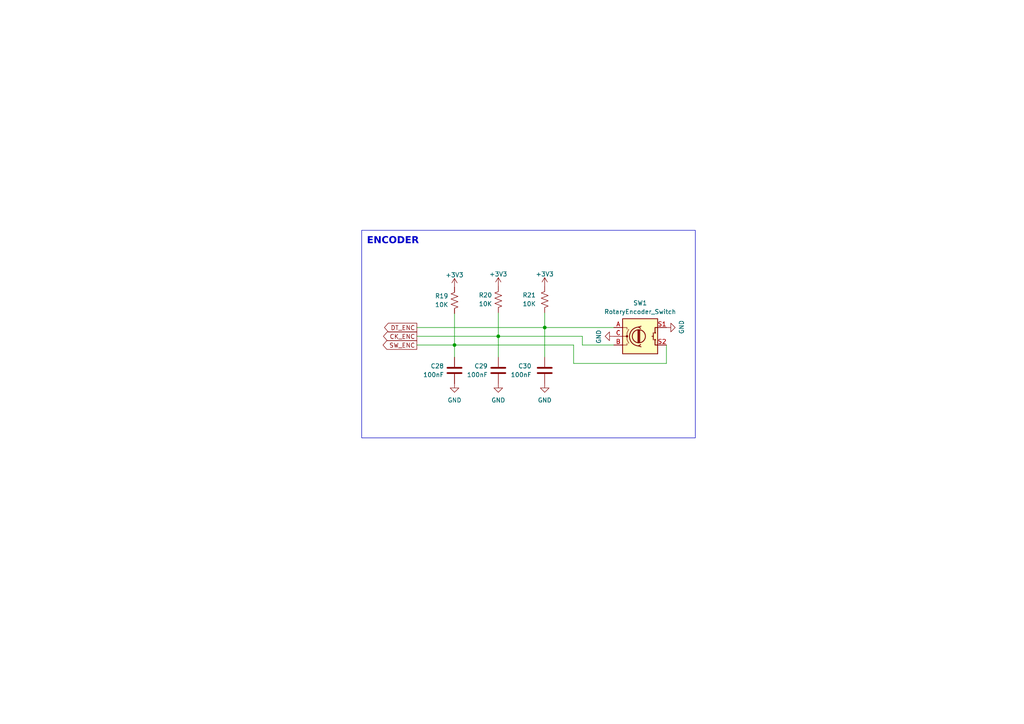
<source format=kicad_sch>
(kicad_sch (version 20230121) (generator eeschema)
  (paper "A4")
  (title_block (title "HOT-PLATE") (rev "1"))
  (lib_symbols
    (symbol "Device:C" (pin_numbers hide) (pin_names (offset 0.254))
      (property "Reference" "C" (at 0.635 2.54 0))
      (property "Value" "C" (at 0.635 -2.54 0))
      (symbol "C_0_1"
        (polyline (pts (xy -2.032 -0.762) (xy 2.032 -0.762)) (stroke (width 0.508)))
        (polyline (pts (xy -2.032 0.762) (xy 2.032 0.762)) (stroke (width 0.508)))
      )
      (symbol "C_1_1"
        (pin passive line (at 0 3.81 270) (length 2.794) (name "~") (number "1"))
        (pin passive line (at 0 -3.81 90) (length 2.794) (name "~") (number "2"))
      )
    )
    (symbol "Device:R_US" (pin_numbers hide) (pin_names (offset 0))
      (property "Reference" "R" (at 2.54 0 90))
      (property "Value" "R_US" (at -2.54 0 90))
      (symbol "R_US_0_1"
        (polyline (pts (xy 0 -2.286) (xy 0 -2.54)))
        (polyline (pts (xy 0 2.286) (xy 0 2.54)))
        (polyline (pts (xy 0 -0.762) (xy 1.016 -1.143) (xy 0 -1.524) (xy -1.016 -1.905) (xy 0 -2.286)))
        (polyline (pts (xy 0 0.762) (xy 1.016 0.381) (xy 0 0) (xy -1.016 -0.381) (xy 0 -0.762)))
        (polyline (pts (xy 0 2.286) (xy 1.016 1.905) (xy 0 1.524) (xy -1.016 1.143) (xy 0 0.762)))
      )
      (symbol "R_US_1_1"
        (pin passive line (at 0 3.81 270) (length 1.27) (name "~") (number "1"))
        (pin passive line (at 0 -3.81 90) (length 1.27) (name "~") (number "2"))
      )
    )
    (symbol "Device:RotaryEncoder_Switch" (pin_names (offset 0.254) hide)
      (property "Reference" "SW" (at 0 6.604 0))
      (property "Value" "RotaryEncoder_Switch" (at 0 -6.604 0))
      (symbol "RotaryEncoder_Switch_0_1"
        (rectangle (start -5.08 5.08) (end 5.08 -5.08) (stroke (width 0.254)) (fill (type background)))
        (circle (center -3.81 0) (radius 0.254) (fill (type outline)))
        (circle (center -0.381 0) (radius 1.905) (stroke (width 0.254)))
        (arc (start -0.381 2.667) (mid -3.0988 -0.0635) (end -0.381 -2.794) (stroke (width 0.254)))
        (polyline (pts (xy -0.635 -1.778) (xy -0.635 1.778)) (stroke (width 0.254)))
        (polyline (pts (xy -0.381 -1.778) (xy -0.381 1.778)) (stroke (width 0.254)))
        (polyline (pts (xy -0.127 1.778) (xy -0.127 -1.778)) (stroke (width 0.254)))
        (polyline (pts (xy 3.81 0) (xy 3.429 0)) (stroke (width 0.254)))
        (polyline (pts (xy 3.81 1.016) (xy 3.81 -1.016)) (stroke (width 0.254)))
        (polyline (pts (xy -5.08 -2.54) (xy -3.81 -2.54) (xy -3.81 -2.032)))
        (polyline (pts (xy -5.08 2.54) (xy -3.81 2.54) (xy -3.81 2.032)))
        (polyline (pts (xy 0.254 -3.048) (xy -0.508 -2.794) (xy 0.127 -2.413)) (stroke (width 0.254)))
        (polyline (pts (xy 0.254 2.921) (xy -0.508 2.667) (xy 0.127 2.286)) (stroke (width 0.254)))
        (polyline (pts (xy 5.08 -2.54) (xy 4.318 -2.54) (xy 4.318 -1.016)) (stroke (width 0.254)))
        (polyline (pts (xy 5.08 2.54) (xy 4.318 2.54) (xy 4.318 1.016)) (stroke (width 0.254)))
        (polyline (pts (xy -5.08 0) (xy -3.81 0) (xy -3.81 -1.016) (xy -3.302 -2.032)))
        (polyline (pts (xy -4.318 0) (xy -3.81 0) (xy -3.81 1.016) (xy -3.302 2.032)))
        (circle (center 4.318 -1.016) (radius 0.127) (stroke (width 0.254)))
        (circle (center 4.318 1.016) (radius 0.127) (stroke (width 0.254)))
      )
      (symbol "RotaryEncoder_Switch_1_1"
        (pin passive line (at -7.62 2.54 0) (length 2.54) (name "A") (number "A"))
        (pin passive line (at -7.62 -2.54 0) (length 2.54) (name "B") (number "B"))
        (pin passive line (at -7.62 0 0) (length 2.54) (name "C") (number "C"))
        (pin passive line (at 7.62 2.54 180) (length 2.54) (name "S1") (number "S1"))
        (pin passive line (at 7.62 -2.54 180) (length 2.54) (name "S2") (number "S2"))
      )
    )
    (symbol "power:+3V3" (power) (pin_names (offset 0))
      (property "Value" "+3V3" (at 0 3.556 0))
      (symbol "+3V3_0_1"
        (polyline (pts (xy -0.762 1.27) (xy 0 2.54)))
        (polyline (pts (xy 0 0) (xy 0 2.54)))
        (polyline (pts (xy 0 2.54) (xy 0.762 1.27)))
      )
      (symbol "+3V3_1_1"
        (pin power_in line (at 0 0 90) (length 0) hide (name "+3V3") (number "1"))
      )
    )
    (symbol "power:GND" (power) (pin_names (offset 0))
      (property "Value" "GND" (at 0 -3.81 0))
      (symbol "GND_0_1"
        (polyline (pts (xy 0 0) (xy 0 -1.27) (xy 1.27 -1.27) (xy 0 -2.54) (xy -1.27 -1.27) (xy 0 -1.27)))
      )
      (symbol "GND_1_1"
        (pin power_in line (at 0 0 270) (length 0) hide (name "GND") (number "1"))
      )
    )
  )
  (junction (at 144.526 97.536))
  (junction (at 131.826 100.076))
  (junction (at 157.988 94.996))
  (wire (pts (xy 120.904 97.536) (xy 144.526 97.536)))
  (wire (pts (xy 193.294 105.41) (xy 193.294 100.076)))
  (wire (pts (xy 157.988 94.996) (xy 178.054 94.996)))
  (wire (pts (xy 168.91 100.076) (xy 168.91 97.536)))
  (wire (pts (xy 131.826 100.076) (xy 166.37 100.076)))
  (wire (pts (xy 157.988 90.678) (xy 157.988 94.996)))
  (wire (pts (xy 144.526 97.536) (xy 168.91 97.536)))
  (wire (pts (xy 144.526 90.678) (xy 144.526 97.536)))
  (wire (pts (xy 131.826 90.932) (xy 131.826 100.076)))
  (wire (pts (xy 131.826 100.076) (xy 131.826 103.632)))
  (wire (pts (xy 178.054 100.076) (xy 168.91 100.076)))
  (wire (pts (xy 157.988 94.996) (xy 157.988 103.632)))
  (wire (pts (xy 144.526 103.632) (xy 144.526 97.536)))
  (wire (pts (xy 157.988 94.996) (xy 120.904 94.996)))
  (wire (pts (xy 166.37 100.076) (xy 166.37 105.41)))
  (wire (pts (xy 120.904 100.076) (xy 131.826 100.076)))
  (wire (pts (xy 166.37 105.41) (xy 193.294 105.41)))
  (rectangle (start 104.902 66.802) (end 201.676 127))
  (text "ENCODER\n" (at 106.426 71.628 0) (effects (font (size 2 2) (thickness 0.4) bold) (justify left bottom)))
  (global_label "DT_ENC" (shape output) (at 120.904 94.996 180) (property "Intersheetrefs" "${INTERSHEET_REFS}" (effects hide)))
  (global_label "CK_ENC" (shape output) (at 120.904 97.536 180) (property "Intersheetrefs" "${INTERSHEET_REFS}" (effects hide)))
  (global_label "SW_ENC" (shape output) (at 120.904 100.076 180) (property "Intersheetrefs" "${INTERSHEET_REFS}" (effects hide)))
  (symbol (lib_id "Device:R_US") (at 157.988 86.868 0) (mirror x) (unit 1)
    (property "Reference" "R21" (at 155.448 85.5979 0) (effects (justify right)))
    (property "Value" "10K" (at 155.448 88.1379 0) (effects (justify right)))
    (property "Footprint" "Resistor_SMD:R_0603_1608Metric_Pad0.98x0.95mm_HandSolder" (effects hide))
    (instances (project "Hot-Plate-DV2819" (path "" (reference "R21") (unit 1))) (project "Hot_plate" (path "" (reference "R13") (unit 1))))
  )
  (symbol (lib_id "power:GND") (at 131.826 111.252 0) (mirror y) (unit 1)
    (property "Reference" "#PWR0202" (effects hide))
    (property "Value" "GND" (at 131.826 116.078 0))
    (instances (project "Hot-Plate-DV2819" (path "" (reference "#PWR0202") (unit 1))) (project "Hot_plate" (path "" (reference "#PWR048") (unit 1))))
  )
  (symbol (lib_id "power:+3V3") (at 131.826 83.312 0) (mirror y) (unit 1)
    (property "Reference" "#PWR0214" (effects hide))
    (property "Value" "+3V3" (at 131.826 79.756 0))
    (instances (project "Hot-Plate-DV2819" (path "" (reference "#PWR0214") (unit 1))) (project "Hot_plate" (path "" (reference "#PWR047") (unit 1))))
  )
  (symbol (lib_id "Device:C") (at 144.526 107.442 0) (mirror y) (unit 1)
    (property "Reference" "C29" (at 141.478 106.1719 0) (effects (justify left)))
    (property "Value" "100nF" (at 141.478 108.7119 0) (effects (justify left)))
    (property "Footprint" "Capacitor_SMD:C_0603_1608Metric_Pad1.08x0.95mm_HandSolder" (effects hide))
    (instances (project "Hot-Plate-DV2819" (path "" (reference "C29") (unit 1))) (project "Hot_plate" (path "" (reference "C13") (unit 1))))
  )
  (symbol (lib_id "power:GND") (at 178.054 97.536 270) (unit 1)
    (property "Reference" "#PWR09" (effects hide))
    (property "Value" "GND" (at 173.6598 97.663 0))
    (instances (project "Hot-Plate-DV2819" (path "" (reference "#PWR09") (unit 1))) (project "Hot_plate" (path "" (reference "#PWR058") (unit 1))))
  )
  (symbol (lib_id "Device:R_US") (at 131.826 87.122 0) (mirror x) (unit 1)
    (property "Reference" "R19" (at 130.048 85.8519 0) (effects (justify right)))
    (property "Value" "10K" (at 130.048 88.3919 0) (effects (justify right)))
    (property "Footprint" "Resistor_SMD:R_0603_1608Metric_Pad0.98x0.95mm_HandSolder" (effects hide))
    (instances (project "Hot-Plate-DV2819" (path "" (reference "R19") (unit 1))) (project "Hot_plate" (path "" (reference "R11") (unit 1))))
  )
  (symbol (lib_id "Device:C") (at 157.988 107.442 0) (mirror y) (unit 1)
    (property "Reference" "C30" (at 154.178 106.1719 0) (effects (justify left)))
    (property "Value" "100nF" (at 154.178 108.7119 0) (effects (justify left)))
    (property "Footprint" "Capacitor_SMD:C_0603_1608Metric_Pad1.08x0.95mm_HandSolder" (effects hide))
    (instances (project "Hot-Plate-DV2819" (path "" (reference "C30") (unit 1))) (project "Hot_plate" (path "" (reference "C15") (unit 1))))
  )
  (symbol (lib_id "Device:C") (at 131.826 107.442 0) (mirror y) (unit 1)
    (property "Reference" "C28" (at 128.778 106.1719 0) (effects (justify left)))
    (property "Value" "100nF" (at 128.778 108.7119 0) (effects (justify left)))
    (property "Footprint" "Capacitor_SMD:C_0603_1608Metric_Pad1.08x0.95mm_HandSolder" (effects hide))
    (instances (project "Hot-Plate-DV2819" (path "" (reference "C28") (unit 1))) (project "Hot_plate" (path "" (reference "C12") (unit 1))))
  )
  (symbol (lib_id "Device:RotaryEncoder_Switch") (at 185.674 97.536 0) (unit 1)
    (property "Reference" "SW1" (at 185.674 87.884 0))
    (property "Value" "RotaryEncoder_Switch" (at 185.674 90.424 0))
    (property "Footprint" "Rotary_Encoder:RotaryEncoder_Alps_EC11E-Switch_Vertical_H20mm_CircularMountingHoles" (effects hide))
    (instances (project "Hot-Plate-DV2819" (path "" (reference "SW1") (unit 1))) (project "Hot_plate" (path "" (reference "SW2") (unit 1))))
  )
  (symbol (lib_id "power:+3V3") (at 144.526 83.058 0) (mirror y) (unit 1)
    (property "Reference" "#PWR0216" (effects hide))
    (property "Value" "+3V3" (at 144.526 79.502 0))
    (instances (project "Hot-Plate-DV2819" (path "" (reference "#PWR0216") (unit 1))) (project "Hot_plate" (path "" (reference "#PWR049") (unit 1))))
  )
  (symbol (lib_id "power:GND") (at 144.526 111.252 0) (mirror y) (unit 1)
    (property "Reference" "#PWR0204" (effects hide))
    (property "Value" "GND" (at 144.526 116.078 0))
    (instances (project "Hot-Plate-DV2819" (path "" (reference "#PWR0204") (unit 1))) (project "Hot_plate" (path "" (reference "#PWR050") (unit 1))))
  )
  (symbol (lib_id "power:+3V3") (at 157.988 83.058 0) (mirror y) (unit 1)
    (property "Reference" "#PWR0215" (effects hide))
    (property "Value" "+3V3" (at 157.988 79.502 0))
    (instances (project "Hot-Plate-DV2819" (path "" (reference "#PWR0215") (unit 1))) (project "Hot_plate" (path "" (reference "#PWR054") (unit 1))))
  )
  (symbol (lib_id "power:GND") (at 193.294 94.996 90) (unit 1)
    (property "Reference" "#PWR08" (effects hide))
    (property "Value" "GND" (at 197.6882 94.869 0))
    (instances (project "Hot-Plate-DV2819" (path "" (reference "#PWR08") (unit 1))) (project "Hot_plate" (path "" (reference "#PWR060") (unit 1))))
  )
  (symbol (lib_id "power:GND") (at 157.988 111.252 0) (mirror y) (unit 1)
    (property "Reference" "#PWR0205" (effects hide))
    (property "Value" "GND" (at 157.988 116.078 0))
    (instances (project "Hot-Plate-DV2819" (path "" (reference "#PWR0205") (unit 1))) (project "Hot_plate" (path "" (reference "#PWR055") (unit 1))))
  )
  (symbol (lib_id "Device:R_US") (at 144.526 86.868 0) (mirror x) (unit 1)
    (property "Reference" "R20" (at 142.748 85.5979 0) (effects (justify right)))
    (property "Value" "10K" (at 142.748 88.1379 0) (effects (justify right)))
    (property "Footprint" "Resistor_SMD:R_0603_1608Metric_Pad0.98x0.95mm_HandSolder" (effects hide))
    (instances (project "Hot-Plate-DV2819" (path "" (reference "R20") (unit 1))) (project "Hot_plate" (path "" (reference "R12") (unit 1))))
  )
)
</source>
